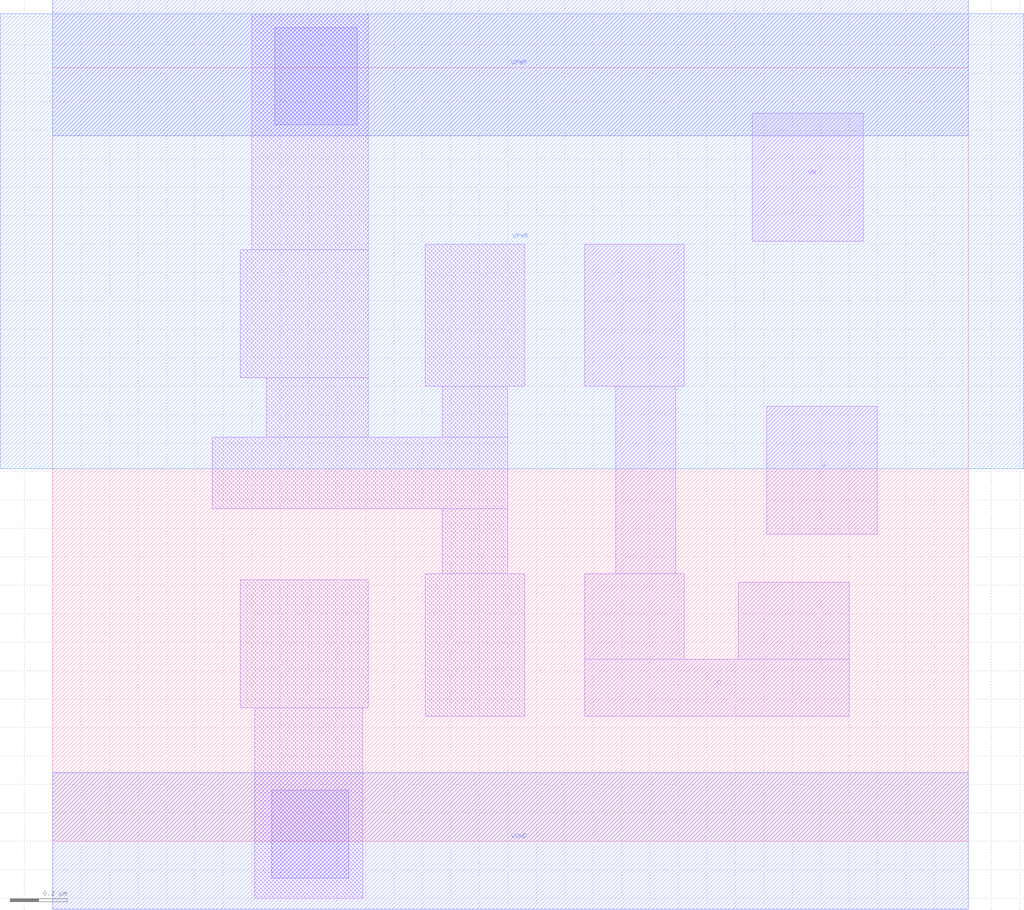
<source format=lef>
VERSION 5.7 ;
  NOWIREEXTENSIONATPIN ON ;
  DIVIDERCHAR "/" ;
  BUSBITCHARS "[]" ;
MACRO transmission_gate
  CLASS Core ;
  FOREIGN transmission_gate ;
  ORIGIN 0 0 ;
  SIZE 3.22 BY 2.72 ;
  SYMMETRY X Y ;
  SITE unithd ;
  PIN O
    ANTENNADIFFAREA 0.451000 ;
    PORT
      LAYER li1 ;
        RECT 1.870 1.600 2.220 2.100 ;
        RECT 1.980 0.940 2.190 1.600 ;
        RECT 1.870 0.640 2.220 0.940 ;
        RECT 2.410 0.640 2.800 0.910 ;
        RECT 1.870 0.440 2.800 0.640 ;
    END
  END O
  PIN G
    ANTENNAGATEAREA 0.082500 ;
    PORT
      LAYER li1 ;
        RECT 2.510 1.080 2.900 1.530 ;
    END
  END G
  PIN VPWR
    USE POWER ;
    PORT
      LAYER nwell ;
        RECT -0.185 1.310 3.415 2.910 ;
      LAYER met1 ;
        RECT 0.000 2.480 3.220 2.960 ;
    END
  END VPWR
  PIN VGND
    USE GROUND ;
    PORT
      LAYER met1 ;
        RECT 0.000 -0.240 3.220 0.240 ;
    END
  END VGND
  PIN GN
    ANTENNAGATEAREA 0.082500 ;
    PORT
      LAYER li1 ;
        RECT 2.460 2.110 2.850 2.560 ;
    END
  END GN
  OBS
      LAYER li1 ;
        RECT 0.700 2.080 1.110 2.910 ;
        RECT 0.660 1.630 1.110 2.080 ;
        RECT 0.750 1.420 1.110 1.630 ;
        RECT 1.310 1.600 1.660 2.100 ;
        RECT 1.370 1.420 1.600 1.600 ;
        RECT 0.560 1.170 1.600 1.420 ;
        RECT 1.370 0.940 1.600 1.170 ;
        RECT 0.660 0.470 1.110 0.920 ;
        RECT 0.710 -0.200 1.090 0.470 ;
        RECT 1.310 0.440 1.660 0.940 ;
      LAYER mcon ;
        RECT 0.780 2.520 1.070 2.860 ;
        RECT 0.770 -0.130 1.040 0.180 ;
  END
END transmission_gate
END LIBRARY


</source>
